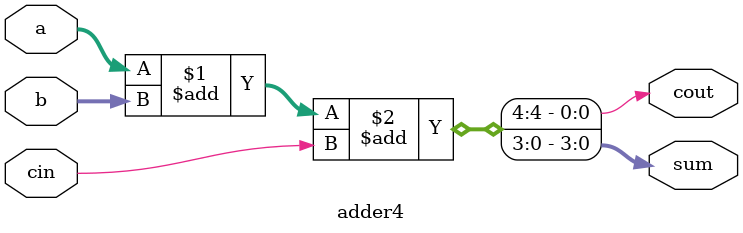
<source format=v>
module adder4 (
  input  [3:0] a,
  input  [3:0] b,
  input        cin,
  output [3:0] sum,
  output       cout
);
  assign {cout, sum} = a + b + cin;
endmodule
</source>
